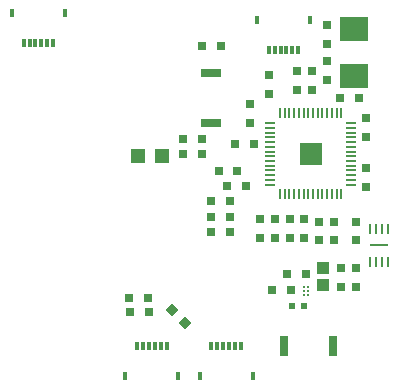
<source format=gtp>
G04*
G04 #@! TF.GenerationSoftware,Altium Limited,Altium Designer,23.10.1 (27)*
G04*
G04 Layer_Color=8421504*
%FSLAX25Y25*%
%MOIN*%
G70*
G04*
G04 #@! TF.SameCoordinates,13E47035-5D8A-42FE-96CF-1707A3A9F588*
G04*
G04*
G04 #@! TF.FilePolarity,Positive*
G04*
G01*
G75*
%ADD15R,0.01181X0.03150*%
%ADD16R,0.01575X0.03150*%
%ADD17P,0.04454X4X270.0*%
%ADD18R,0.03150X0.03150*%
%ADD19R,0.03150X0.03150*%
%ADD20R,0.04724X0.04724*%
%ADD21R,0.06693X0.03150*%
%ADD22R,0.03150X0.06693*%
%ADD23R,0.00984X0.03543*%
%ADD24R,0.06299X0.00787*%
%ADD25R,0.04016X0.04055*%
%ADD26C,0.00787*%
%ADD27R,0.02480X0.02165*%
G04:AMPARAMS|DCode=28|XSize=7.87mil|YSize=33.07mil|CornerRadius=0.98mil|HoleSize=0mil|Usage=FLASHONLY|Rotation=180.000|XOffset=0mil|YOffset=0mil|HoleType=Round|Shape=RoundedRectangle|*
%AMROUNDEDRECTD28*
21,1,0.00787,0.03110,0,0,180.0*
21,1,0.00591,0.03307,0,0,180.0*
1,1,0.00197,-0.00295,0.01555*
1,1,0.00197,0.00295,0.01555*
1,1,0.00197,0.00295,-0.01555*
1,1,0.00197,-0.00295,-0.01555*
%
%ADD28ROUNDEDRECTD28*%
G04:AMPARAMS|DCode=29|XSize=33.07mil|YSize=7.87mil|CornerRadius=0.98mil|HoleSize=0mil|Usage=FLASHONLY|Rotation=180.000|XOffset=0mil|YOffset=0mil|HoleType=Round|Shape=RoundedRectangle|*
%AMROUNDEDRECTD29*
21,1,0.03307,0.00591,0,0,180.0*
21,1,0.03110,0.00787,0,0,180.0*
1,1,0.00197,-0.01555,0.00295*
1,1,0.00197,0.01555,0.00295*
1,1,0.00197,0.01555,-0.00295*
1,1,0.00197,-0.01555,-0.00295*
%
%ADD29ROUNDEDRECTD29*%
%ADD30R,0.07717X0.07717*%
%ADD31R,0.09449X0.07874*%
D15*
X-57480Y79921D02*
D03*
X-59449D02*
D03*
X-67323D02*
D03*
X-61417D02*
D03*
X-63386D02*
D03*
X-65354D02*
D03*
X-21654Y-21260D02*
D03*
X-23622D02*
D03*
X-25591D02*
D03*
X-19685D02*
D03*
X-27559D02*
D03*
X-29528D02*
D03*
X24213Y77559D02*
D03*
X22244D02*
D03*
X14370D02*
D03*
X20276D02*
D03*
X18307D02*
D03*
X16339D02*
D03*
X3150Y-21260D02*
D03*
X1181D02*
D03*
X-787D02*
D03*
X5118D02*
D03*
X-2756D02*
D03*
X-4724D02*
D03*
D16*
X-71260Y89764D02*
D03*
X-53543D02*
D03*
X-33465Y-31102D02*
D03*
X-15748D02*
D03*
X10433Y87402D02*
D03*
X28150D02*
D03*
X-8661Y-31102D02*
D03*
X9055D02*
D03*
D17*
X-13422Y-13448D02*
D03*
X-17877Y-8993D02*
D03*
D18*
X-31988Y-9941D02*
D03*
X-25689D02*
D03*
X-32087Y-5118D02*
D03*
X-25787D02*
D03*
X-14173Y42913D02*
D03*
X-7874D02*
D03*
X-7874Y78740D02*
D03*
X-1575D02*
D03*
X-2362Y37205D02*
D03*
X3937D02*
D03*
X-7874Y48031D02*
D03*
X-14173D02*
D03*
X15354Y-2362D02*
D03*
X21654D02*
D03*
X20571Y3051D02*
D03*
X26870D02*
D03*
X591Y32087D02*
D03*
X6890D02*
D03*
X1575Y27067D02*
D03*
X-4724D02*
D03*
Y22047D02*
D03*
X1575D02*
D03*
X-4724Y16929D02*
D03*
X1575D02*
D03*
X3051Y46358D02*
D03*
X9350D02*
D03*
X38189Y61417D02*
D03*
X44488D02*
D03*
D19*
X43504Y14075D02*
D03*
Y20374D02*
D03*
X38386Y-1575D02*
D03*
Y4724D02*
D03*
X43504Y-1575D02*
D03*
Y4724D02*
D03*
X33858Y67421D02*
D03*
Y73721D02*
D03*
X46850Y54724D02*
D03*
Y48425D02*
D03*
Y38189D02*
D03*
Y31890D02*
D03*
X26280Y14961D02*
D03*
Y21260D02*
D03*
X31201Y14075D02*
D03*
Y20374D02*
D03*
X36122Y14075D02*
D03*
Y20374D02*
D03*
X21358Y14961D02*
D03*
Y21260D02*
D03*
X16437Y14961D02*
D03*
Y21260D02*
D03*
X11319Y14961D02*
D03*
Y21260D02*
D03*
X14370Y69291D02*
D03*
Y62992D02*
D03*
X23917Y70669D02*
D03*
Y64370D02*
D03*
X28839Y70669D02*
D03*
Y64370D02*
D03*
X33858Y79528D02*
D03*
Y85827D02*
D03*
X8169Y53248D02*
D03*
Y59547D02*
D03*
D20*
X-29331Y42126D02*
D03*
X-21063D02*
D03*
D21*
X-4724Y53347D02*
D03*
Y69882D02*
D03*
D22*
X35827Y-21260D02*
D03*
X19291D02*
D03*
D23*
X48130Y7008D02*
D03*
X50098D02*
D03*
X52067D02*
D03*
X54035D02*
D03*
X48130Y17992D02*
D03*
X50098D02*
D03*
X52067Y17992D02*
D03*
X54035Y17992D02*
D03*
D24*
X51083Y12500D02*
D03*
D25*
X32480Y-925D02*
D03*
Y4862D02*
D03*
D26*
X27559Y-4134D02*
D03*
X26181D02*
D03*
X27559Y-2756D02*
D03*
X26181D02*
D03*
X27559Y-1378D02*
D03*
X26181D02*
D03*
D27*
X22047Y-7874D02*
D03*
X25984D02*
D03*
D28*
X38583Y56437D02*
D03*
X37008D02*
D03*
X35433D02*
D03*
X33858D02*
D03*
X32283D02*
D03*
X30709D02*
D03*
X29134D02*
D03*
X27559D02*
D03*
X25984D02*
D03*
X24409D02*
D03*
X22835D02*
D03*
X21260D02*
D03*
X19685D02*
D03*
X18110D02*
D03*
Y29390D02*
D03*
X19685D02*
D03*
X21260D02*
D03*
X22835Y29390D02*
D03*
X24409D02*
D03*
X25984D02*
D03*
X27559D02*
D03*
X29134D02*
D03*
X30709D02*
D03*
X32283D02*
D03*
X33858D02*
D03*
X35433Y29390D02*
D03*
X37008D02*
D03*
X38583D02*
D03*
D29*
X41870Y32677D02*
D03*
Y34252D02*
D03*
Y35827D02*
D03*
Y37402D02*
D03*
Y38976D02*
D03*
Y40551D02*
D03*
Y42126D02*
D03*
Y43701D02*
D03*
Y45276D02*
D03*
Y46850D02*
D03*
Y48425D02*
D03*
Y50000D02*
D03*
Y51575D02*
D03*
Y53150D02*
D03*
X14823D02*
D03*
Y51575D02*
D03*
Y50000D02*
D03*
Y48425D02*
D03*
Y46850D02*
D03*
Y45276D02*
D03*
Y43701D02*
D03*
Y42126D02*
D03*
Y40551D02*
D03*
Y38976D02*
D03*
Y37402D02*
D03*
Y35827D02*
D03*
Y34252D02*
D03*
Y32677D02*
D03*
D30*
X28346Y42913D02*
D03*
D31*
X42913Y68898D02*
D03*
Y84646D02*
D03*
M02*

</source>
